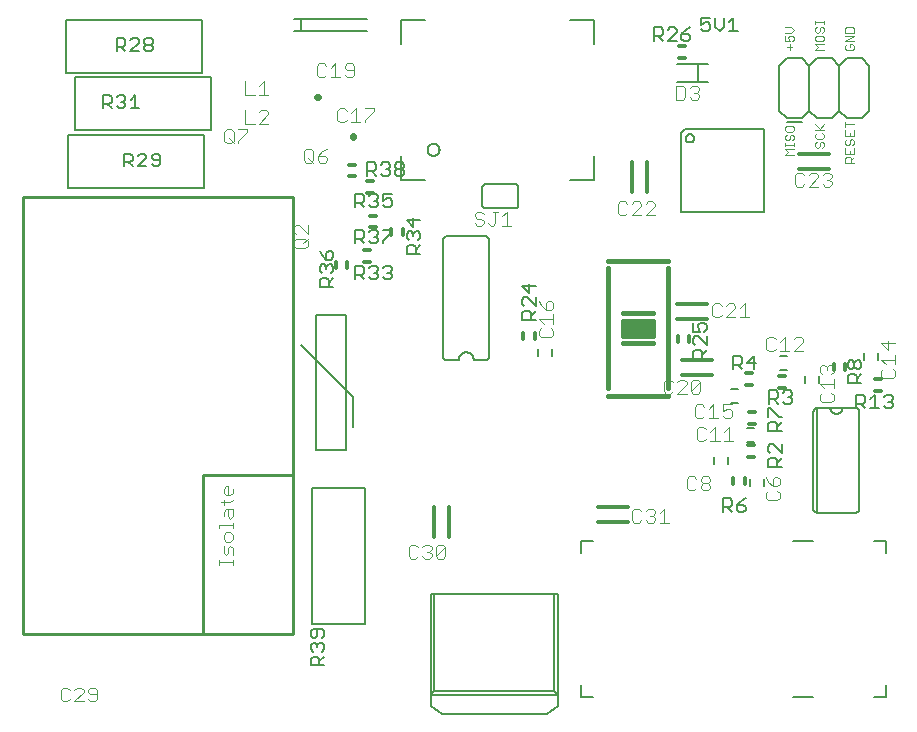
<source format=gto>
G75*
%MOIN*%
%OFA0B0*%
%FSLAX25Y25*%
%IPPOS*%
%LPD*%
%AMOC8*
5,1,8,0,0,1.08239X$1,22.5*
%
%ADD10C,0.00500*%
%ADD11C,0.00800*%
%ADD12C,0.00600*%
%ADD13C,0.00400*%
%ADD14C,0.02200*%
%ADD15C,0.01200*%
%ADD16C,0.01000*%
%ADD17C,0.01600*%
%ADD18C,0.00300*%
D10*
X0101800Y0091300D02*
X0101800Y0136300D01*
X0111800Y0136300D01*
X0111800Y0091300D01*
X0101800Y0091300D01*
X0114300Y0098800D02*
X0114300Y0108800D01*
X0096800Y0126300D01*
X0103046Y0145450D02*
X0103046Y0147702D01*
X0103797Y0148453D01*
X0105298Y0148453D01*
X0106049Y0147702D01*
X0106049Y0145450D01*
X0107550Y0145450D02*
X0103046Y0145450D01*
X0106049Y0146951D02*
X0107550Y0148453D01*
X0106799Y0150054D02*
X0107550Y0150805D01*
X0107550Y0152306D01*
X0106799Y0153056D01*
X0106049Y0153056D01*
X0105298Y0152306D01*
X0105298Y0151555D01*
X0105298Y0152306D02*
X0104547Y0153056D01*
X0103797Y0153056D01*
X0103046Y0152306D01*
X0103046Y0150805D01*
X0103797Y0150054D01*
X0105298Y0154658D02*
X0105298Y0156910D01*
X0106049Y0157660D01*
X0106799Y0157660D01*
X0107550Y0156910D01*
X0107550Y0155408D01*
X0106799Y0154658D01*
X0105298Y0154658D01*
X0103797Y0156159D01*
X0103046Y0157660D01*
X0114950Y0160050D02*
X0114950Y0164554D01*
X0117202Y0164554D01*
X0117953Y0163803D01*
X0117953Y0162302D01*
X0117202Y0161551D01*
X0114950Y0161551D01*
X0116451Y0161551D02*
X0117953Y0160050D01*
X0119554Y0160801D02*
X0120305Y0160050D01*
X0121806Y0160050D01*
X0122556Y0160801D01*
X0122556Y0161551D01*
X0121806Y0162302D01*
X0121055Y0162302D01*
X0121806Y0162302D02*
X0122556Y0163053D01*
X0122556Y0163803D01*
X0121806Y0164554D01*
X0120305Y0164554D01*
X0119554Y0163803D01*
X0124158Y0164554D02*
X0127160Y0164554D01*
X0127160Y0163803D01*
X0124158Y0160801D01*
X0124158Y0160050D01*
X0124908Y0152554D02*
X0126410Y0152554D01*
X0127160Y0151803D01*
X0127160Y0151053D01*
X0126410Y0150302D01*
X0127160Y0149551D01*
X0127160Y0148801D01*
X0126410Y0148050D01*
X0124908Y0148050D01*
X0124158Y0148801D01*
X0122556Y0148801D02*
X0122556Y0149551D01*
X0121806Y0150302D01*
X0121055Y0150302D01*
X0121806Y0150302D02*
X0122556Y0151053D01*
X0122556Y0151803D01*
X0121806Y0152554D01*
X0120305Y0152554D01*
X0119554Y0151803D01*
X0117953Y0151803D02*
X0117953Y0150302D01*
X0117202Y0149551D01*
X0114950Y0149551D01*
X0114950Y0148050D02*
X0114950Y0152554D01*
X0117202Y0152554D01*
X0117953Y0151803D01*
X0116451Y0149551D02*
X0117953Y0148050D01*
X0119554Y0148801D02*
X0120305Y0148050D01*
X0121806Y0148050D01*
X0122556Y0148801D01*
X0125659Y0150302D02*
X0126410Y0150302D01*
X0124158Y0151803D02*
X0124908Y0152554D01*
X0132046Y0156450D02*
X0132046Y0158702D01*
X0132797Y0159453D01*
X0134298Y0159453D01*
X0135049Y0158702D01*
X0135049Y0156450D01*
X0136550Y0156450D02*
X0132046Y0156450D01*
X0135049Y0157951D02*
X0136550Y0159453D01*
X0135799Y0161054D02*
X0136550Y0161805D01*
X0136550Y0163306D01*
X0135799Y0164056D01*
X0135049Y0164056D01*
X0134298Y0163306D01*
X0134298Y0162555D01*
X0134298Y0163306D02*
X0133547Y0164056D01*
X0132797Y0164056D01*
X0132046Y0163306D01*
X0132046Y0161805D01*
X0132797Y0161054D01*
X0134298Y0165658D02*
X0134298Y0168660D01*
X0132046Y0167910D02*
X0134298Y0165658D01*
X0136550Y0167910D02*
X0132046Y0167910D01*
X0127160Y0172801D02*
X0126410Y0172050D01*
X0124908Y0172050D01*
X0124158Y0172801D01*
X0124158Y0174302D02*
X0125659Y0175053D01*
X0126410Y0175053D01*
X0127160Y0174302D01*
X0127160Y0172801D01*
X0124158Y0174302D02*
X0124158Y0176554D01*
X0127160Y0176554D01*
X0122556Y0175803D02*
X0122556Y0175053D01*
X0121806Y0174302D01*
X0122556Y0173551D01*
X0122556Y0172801D01*
X0121806Y0172050D01*
X0120305Y0172050D01*
X0119554Y0172801D01*
X0117953Y0172050D02*
X0116451Y0173551D01*
X0117202Y0173551D02*
X0114950Y0173551D01*
X0114950Y0172050D02*
X0114950Y0176554D01*
X0117202Y0176554D01*
X0117953Y0175803D01*
X0117953Y0174302D01*
X0117202Y0173551D01*
X0119554Y0175803D02*
X0120305Y0176554D01*
X0121806Y0176554D01*
X0122556Y0175803D01*
X0121806Y0174302D02*
X0121055Y0174302D01*
X0121953Y0182550D02*
X0120451Y0184051D01*
X0121202Y0184051D02*
X0118950Y0184051D01*
X0118950Y0182550D02*
X0118950Y0187054D01*
X0121202Y0187054D01*
X0121953Y0186303D01*
X0121953Y0184802D01*
X0121202Y0184051D01*
X0123554Y0183301D02*
X0124305Y0182550D01*
X0125806Y0182550D01*
X0126556Y0183301D01*
X0126556Y0184051D01*
X0125806Y0184802D01*
X0125055Y0184802D01*
X0125806Y0184802D02*
X0126556Y0185553D01*
X0126556Y0186303D01*
X0125806Y0187054D01*
X0124305Y0187054D01*
X0123554Y0186303D01*
X0128158Y0186303D02*
X0128158Y0185553D01*
X0128908Y0184802D01*
X0130410Y0184802D01*
X0131160Y0184051D01*
X0131160Y0183301D01*
X0130410Y0182550D01*
X0128908Y0182550D01*
X0128158Y0183301D01*
X0128158Y0184051D01*
X0128908Y0184802D01*
X0130410Y0184802D02*
X0131160Y0185553D01*
X0131160Y0186303D01*
X0130410Y0187054D01*
X0128908Y0187054D01*
X0128158Y0186303D01*
X0172798Y0146660D02*
X0172798Y0143658D01*
X0170546Y0145910D01*
X0175050Y0145910D01*
X0175050Y0142056D02*
X0175050Y0139054D01*
X0172047Y0142056D01*
X0171297Y0142056D01*
X0170546Y0141306D01*
X0170546Y0139805D01*
X0171297Y0139054D01*
X0171297Y0137453D02*
X0172798Y0137453D01*
X0173549Y0136702D01*
X0173549Y0134450D01*
X0175050Y0134450D02*
X0170546Y0134450D01*
X0170546Y0136702D01*
X0171297Y0137453D01*
X0173549Y0135951D02*
X0175050Y0137453D01*
X0227546Y0133660D02*
X0227546Y0130658D01*
X0229798Y0130658D01*
X0229047Y0132159D01*
X0229047Y0132910D01*
X0229798Y0133660D01*
X0231299Y0133660D01*
X0232050Y0132910D01*
X0232050Y0131408D01*
X0231299Y0130658D01*
X0232050Y0129056D02*
X0232050Y0126054D01*
X0229047Y0129056D01*
X0228297Y0129056D01*
X0227546Y0128306D01*
X0227546Y0126805D01*
X0228297Y0126054D01*
X0228297Y0124453D02*
X0227546Y0123702D01*
X0227546Y0121450D01*
X0232050Y0121450D01*
X0230549Y0121450D02*
X0230549Y0123702D01*
X0229798Y0124453D01*
X0228297Y0124453D01*
X0230549Y0122951D02*
X0232050Y0124453D01*
X0240950Y0122554D02*
X0240950Y0118050D01*
X0240950Y0119551D02*
X0243202Y0119551D01*
X0243953Y0120302D01*
X0243953Y0121803D01*
X0243202Y0122554D01*
X0240950Y0122554D01*
X0245554Y0120302D02*
X0248556Y0120302D01*
X0247806Y0118050D02*
X0247806Y0122554D01*
X0245554Y0120302D01*
X0243953Y0118050D02*
X0242451Y0119551D01*
X0252950Y0111054D02*
X0255202Y0111054D01*
X0255953Y0110303D01*
X0255953Y0108802D01*
X0255202Y0108051D01*
X0252950Y0108051D01*
X0252950Y0106550D02*
X0252950Y0111054D01*
X0254451Y0108051D02*
X0255953Y0106550D01*
X0257554Y0107301D02*
X0258305Y0106550D01*
X0259806Y0106550D01*
X0260556Y0107301D01*
X0260556Y0108051D01*
X0259806Y0108802D01*
X0259055Y0108802D01*
X0259806Y0108802D02*
X0260556Y0109553D01*
X0260556Y0110303D01*
X0259806Y0111054D01*
X0258305Y0111054D01*
X0257554Y0110303D01*
X0253297Y0105056D02*
X0256299Y0102054D01*
X0257050Y0102054D01*
X0257050Y0100453D02*
X0255549Y0098951D01*
X0255549Y0099702D02*
X0255549Y0097450D01*
X0257050Y0097450D02*
X0252546Y0097450D01*
X0252546Y0099702D01*
X0253297Y0100453D01*
X0254798Y0100453D01*
X0255549Y0099702D01*
X0252546Y0102054D02*
X0252546Y0105056D01*
X0253297Y0105056D01*
X0253297Y0093056D02*
X0252546Y0092306D01*
X0252546Y0090805D01*
X0253297Y0090054D01*
X0253297Y0088453D02*
X0254798Y0088453D01*
X0255549Y0087702D01*
X0255549Y0085450D01*
X0257050Y0085450D02*
X0252546Y0085450D01*
X0252546Y0087702D01*
X0253297Y0088453D01*
X0255549Y0086951D02*
X0257050Y0088453D01*
X0257050Y0090054D02*
X0254047Y0093056D01*
X0253297Y0093056D01*
X0257050Y0093056D02*
X0257050Y0090054D01*
X0245056Y0075054D02*
X0243555Y0074303D01*
X0242054Y0072802D01*
X0244306Y0072802D01*
X0245056Y0072051D01*
X0245056Y0071301D01*
X0244306Y0070550D01*
X0242805Y0070550D01*
X0242054Y0071301D01*
X0242054Y0072802D01*
X0240453Y0072802D02*
X0239702Y0072051D01*
X0237450Y0072051D01*
X0237450Y0070550D02*
X0237450Y0075054D01*
X0239702Y0075054D01*
X0240453Y0074303D01*
X0240453Y0072802D01*
X0238951Y0072051D02*
X0240453Y0070550D01*
X0281950Y0105050D02*
X0281950Y0109554D01*
X0284202Y0109554D01*
X0284953Y0108803D01*
X0284953Y0107302D01*
X0284202Y0106551D01*
X0281950Y0106551D01*
X0283451Y0106551D02*
X0284953Y0105050D01*
X0286554Y0105050D02*
X0289556Y0105050D01*
X0288055Y0105050D02*
X0288055Y0109554D01*
X0286554Y0108053D01*
X0291158Y0108803D02*
X0291908Y0109554D01*
X0293410Y0109554D01*
X0294160Y0108803D01*
X0294160Y0108053D01*
X0293410Y0107302D01*
X0294160Y0106551D01*
X0294160Y0105801D01*
X0293410Y0105050D01*
X0291908Y0105050D01*
X0291158Y0105801D01*
X0292659Y0107302D02*
X0293410Y0107302D01*
X0283550Y0113450D02*
X0279046Y0113450D01*
X0279046Y0115702D01*
X0279797Y0116453D01*
X0281298Y0116453D01*
X0282049Y0115702D01*
X0282049Y0113450D01*
X0282049Y0114951D02*
X0283550Y0116453D01*
X0282799Y0118054D02*
X0282049Y0118054D01*
X0281298Y0118805D01*
X0281298Y0120306D01*
X0282049Y0121056D01*
X0282799Y0121056D01*
X0283550Y0120306D01*
X0283550Y0118805D01*
X0282799Y0118054D01*
X0281298Y0118805D02*
X0280547Y0118054D01*
X0279797Y0118054D01*
X0279046Y0118805D01*
X0279046Y0120306D01*
X0279797Y0121056D01*
X0280547Y0121056D01*
X0281298Y0120306D01*
X0225910Y0227550D02*
X0224408Y0227550D01*
X0223658Y0228301D01*
X0223658Y0229802D01*
X0225910Y0229802D01*
X0226660Y0229051D01*
X0226660Y0228301D01*
X0225910Y0227550D01*
X0223658Y0229802D02*
X0225159Y0231303D01*
X0226660Y0232054D01*
X0230250Y0231501D02*
X0231001Y0230750D01*
X0232502Y0230750D01*
X0233253Y0231501D01*
X0233253Y0233002D01*
X0232502Y0233753D01*
X0231751Y0233753D01*
X0230250Y0233002D01*
X0230250Y0235254D01*
X0233253Y0235254D01*
X0234854Y0235254D02*
X0234854Y0232251D01*
X0236355Y0230750D01*
X0237856Y0232251D01*
X0237856Y0235254D01*
X0239458Y0233753D02*
X0240959Y0235254D01*
X0240959Y0230750D01*
X0239458Y0230750D02*
X0242460Y0230750D01*
X0222056Y0230553D02*
X0222056Y0231303D01*
X0221306Y0232054D01*
X0219805Y0232054D01*
X0219054Y0231303D01*
X0217453Y0231303D02*
X0217453Y0229802D01*
X0216702Y0229051D01*
X0214450Y0229051D01*
X0214450Y0227550D02*
X0214450Y0232054D01*
X0216702Y0232054D01*
X0217453Y0231303D01*
X0215951Y0229051D02*
X0217453Y0227550D01*
X0219054Y0227550D02*
X0222056Y0230553D01*
X0222056Y0227550D02*
X0219054Y0227550D01*
D11*
X0222182Y0219851D02*
X0229269Y0219851D01*
X0229269Y0213749D01*
X0222182Y0213749D01*
X0229269Y0213749D02*
X0232418Y0213749D01*
X0232418Y0219851D02*
X0229269Y0219851D01*
X0256300Y0219300D02*
X0256300Y0204300D01*
X0258800Y0201800D01*
X0263800Y0201800D01*
X0266300Y0204300D01*
X0266300Y0219300D01*
X0268800Y0221800D01*
X0273800Y0221800D01*
X0276300Y0219300D01*
X0276300Y0204300D01*
X0278800Y0201800D01*
X0283800Y0201800D01*
X0286300Y0204300D01*
X0286300Y0219300D01*
X0283800Y0221800D01*
X0278800Y0221800D01*
X0276300Y0219300D01*
X0266300Y0219300D02*
X0263800Y0221800D01*
X0258800Y0221800D01*
X0256300Y0219300D01*
X0266300Y0204300D02*
X0268800Y0201800D01*
X0273800Y0201800D01*
X0276300Y0204300D01*
X0263800Y0200481D02*
X0258800Y0200481D01*
X0194387Y0189099D02*
X0194387Y0181225D01*
X0186513Y0181225D01*
X0159463Y0161394D02*
X0159463Y0122600D01*
X0159462Y0122600D02*
X0159471Y0122530D01*
X0159476Y0122458D01*
X0159477Y0122387D01*
X0159474Y0122316D01*
X0159467Y0122245D01*
X0159457Y0122174D01*
X0159443Y0122104D01*
X0159425Y0122035D01*
X0159403Y0121967D01*
X0159377Y0121900D01*
X0159348Y0121835D01*
X0159316Y0121772D01*
X0159280Y0121710D01*
X0159241Y0121650D01*
X0159198Y0121593D01*
X0159153Y0121538D01*
X0159105Y0121485D01*
X0159053Y0121435D01*
X0159000Y0121388D01*
X0158944Y0121344D01*
X0158885Y0121304D01*
X0158824Y0121266D01*
X0158762Y0121232D01*
X0158698Y0121201D01*
X0158632Y0121173D01*
X0158564Y0121150D01*
X0158496Y0121130D01*
X0158426Y0121113D01*
X0158356Y0121101D01*
X0158356Y0121100D02*
X0154400Y0121100D01*
X0154400Y0121300D02*
X0154398Y0121398D01*
X0154392Y0121496D01*
X0154383Y0121594D01*
X0154369Y0121691D01*
X0154352Y0121788D01*
X0154331Y0121884D01*
X0154306Y0121979D01*
X0154278Y0122073D01*
X0154245Y0122165D01*
X0154210Y0122257D01*
X0154170Y0122347D01*
X0154128Y0122435D01*
X0154081Y0122522D01*
X0154032Y0122606D01*
X0153979Y0122689D01*
X0153923Y0122769D01*
X0153863Y0122848D01*
X0153801Y0122924D01*
X0153736Y0122997D01*
X0153668Y0123068D01*
X0153597Y0123136D01*
X0153524Y0123201D01*
X0153448Y0123263D01*
X0153369Y0123323D01*
X0153289Y0123379D01*
X0153206Y0123432D01*
X0153122Y0123481D01*
X0153035Y0123528D01*
X0152947Y0123570D01*
X0152857Y0123610D01*
X0152765Y0123645D01*
X0152673Y0123678D01*
X0152579Y0123706D01*
X0152484Y0123731D01*
X0152388Y0123752D01*
X0152291Y0123769D01*
X0152194Y0123783D01*
X0152096Y0123792D01*
X0151998Y0123798D01*
X0151900Y0123800D01*
X0151802Y0123798D01*
X0151704Y0123792D01*
X0151606Y0123783D01*
X0151509Y0123769D01*
X0151412Y0123752D01*
X0151316Y0123731D01*
X0151221Y0123706D01*
X0151127Y0123678D01*
X0151035Y0123645D01*
X0150943Y0123610D01*
X0150853Y0123570D01*
X0150765Y0123528D01*
X0150678Y0123481D01*
X0150594Y0123432D01*
X0150511Y0123379D01*
X0150431Y0123323D01*
X0150352Y0123263D01*
X0150276Y0123201D01*
X0150203Y0123136D01*
X0150132Y0123068D01*
X0150064Y0122997D01*
X0149999Y0122924D01*
X0149937Y0122848D01*
X0149877Y0122769D01*
X0149821Y0122689D01*
X0149768Y0122606D01*
X0149719Y0122522D01*
X0149672Y0122435D01*
X0149630Y0122347D01*
X0149590Y0122257D01*
X0149555Y0122165D01*
X0149522Y0122073D01*
X0149494Y0121979D01*
X0149469Y0121884D01*
X0149448Y0121788D01*
X0149431Y0121691D01*
X0149417Y0121594D01*
X0149408Y0121496D01*
X0149402Y0121398D01*
X0149400Y0121300D01*
X0149400Y0121100D02*
X0146081Y0121100D01*
X0146031Y0121099D02*
X0145950Y0121092D01*
X0145869Y0121088D01*
X0145788Y0121089D01*
X0145706Y0121093D01*
X0145626Y0121101D01*
X0145545Y0121113D01*
X0145465Y0121128D01*
X0145386Y0121148D01*
X0145308Y0121171D01*
X0145232Y0121198D01*
X0145156Y0121228D01*
X0145082Y0121262D01*
X0145010Y0121300D01*
X0144940Y0121341D01*
X0144872Y0121385D01*
X0144806Y0121432D01*
X0144742Y0121483D01*
X0144681Y0121536D01*
X0144622Y0121593D01*
X0144566Y0121652D01*
X0144513Y0121713D01*
X0144463Y0121777D01*
X0144416Y0121844D01*
X0144372Y0121912D01*
X0144332Y0121983D01*
X0144295Y0122055D01*
X0144261Y0122129D01*
X0144232Y0122205D01*
X0144205Y0122282D01*
X0144183Y0122360D01*
X0144164Y0122439D01*
X0144149Y0122519D01*
X0144137Y0122600D01*
X0144137Y0161000D01*
X0144139Y0161076D01*
X0144145Y0161151D01*
X0144154Y0161227D01*
X0144168Y0161302D01*
X0144185Y0161376D01*
X0144206Y0161449D01*
X0144230Y0161521D01*
X0144258Y0161591D01*
X0144290Y0161660D01*
X0144325Y0161728D01*
X0144364Y0161793D01*
X0144406Y0161857D01*
X0144451Y0161918D01*
X0144499Y0161977D01*
X0144550Y0162033D01*
X0144604Y0162087D01*
X0144660Y0162138D01*
X0144719Y0162186D01*
X0144780Y0162231D01*
X0144844Y0162273D01*
X0144909Y0162312D01*
X0144977Y0162347D01*
X0145046Y0162379D01*
X0145116Y0162407D01*
X0145188Y0162431D01*
X0145261Y0162452D01*
X0145335Y0162469D01*
X0145410Y0162483D01*
X0145486Y0162492D01*
X0145561Y0162498D01*
X0145637Y0162500D01*
X0157963Y0162500D01*
X0157962Y0162500D02*
X0158033Y0162509D01*
X0158104Y0162514D01*
X0158176Y0162515D01*
X0158247Y0162512D01*
X0158318Y0162505D01*
X0158389Y0162495D01*
X0158458Y0162481D01*
X0158528Y0162462D01*
X0158596Y0162441D01*
X0158662Y0162415D01*
X0158727Y0162386D01*
X0158791Y0162354D01*
X0158853Y0162318D01*
X0158912Y0162279D01*
X0158970Y0162236D01*
X0159025Y0162191D01*
X0159077Y0162142D01*
X0159127Y0162091D01*
X0159174Y0162038D01*
X0159218Y0161981D01*
X0159259Y0161923D01*
X0159297Y0161862D01*
X0159331Y0161800D01*
X0159362Y0161735D01*
X0159389Y0161669D01*
X0159413Y0161602D01*
X0159433Y0161534D01*
X0159450Y0161464D01*
X0159462Y0161394D01*
X0138087Y0181225D02*
X0130213Y0181225D01*
X0130213Y0189099D01*
X0139040Y0191265D02*
X0139042Y0191354D01*
X0139048Y0191443D01*
X0139058Y0191532D01*
X0139072Y0191620D01*
X0139089Y0191707D01*
X0139111Y0191793D01*
X0139137Y0191879D01*
X0139166Y0191963D01*
X0139199Y0192046D01*
X0139235Y0192127D01*
X0139276Y0192207D01*
X0139319Y0192284D01*
X0139366Y0192360D01*
X0139417Y0192433D01*
X0139470Y0192504D01*
X0139527Y0192573D01*
X0139587Y0192639D01*
X0139650Y0192703D01*
X0139715Y0192763D01*
X0139783Y0192821D01*
X0139854Y0192875D01*
X0139927Y0192926D01*
X0140002Y0192974D01*
X0140079Y0193019D01*
X0140158Y0193060D01*
X0140239Y0193097D01*
X0140321Y0193131D01*
X0140405Y0193162D01*
X0140490Y0193188D01*
X0140576Y0193211D01*
X0140663Y0193229D01*
X0140751Y0193244D01*
X0140840Y0193255D01*
X0140929Y0193262D01*
X0141018Y0193265D01*
X0141107Y0193264D01*
X0141196Y0193259D01*
X0141284Y0193250D01*
X0141373Y0193237D01*
X0141460Y0193220D01*
X0141547Y0193200D01*
X0141633Y0193175D01*
X0141717Y0193147D01*
X0141800Y0193115D01*
X0141882Y0193079D01*
X0141962Y0193040D01*
X0142040Y0192997D01*
X0142116Y0192951D01*
X0142190Y0192901D01*
X0142262Y0192848D01*
X0142331Y0192792D01*
X0142398Y0192733D01*
X0142462Y0192671D01*
X0142523Y0192607D01*
X0142582Y0192539D01*
X0142637Y0192469D01*
X0142689Y0192397D01*
X0142738Y0192322D01*
X0142783Y0192246D01*
X0142825Y0192167D01*
X0142863Y0192087D01*
X0142898Y0192005D01*
X0142929Y0191921D01*
X0142957Y0191836D01*
X0142980Y0191750D01*
X0143000Y0191663D01*
X0143016Y0191576D01*
X0143028Y0191487D01*
X0143036Y0191399D01*
X0143040Y0191310D01*
X0143040Y0191220D01*
X0143036Y0191131D01*
X0143028Y0191043D01*
X0143016Y0190954D01*
X0143000Y0190867D01*
X0142980Y0190780D01*
X0142957Y0190694D01*
X0142929Y0190609D01*
X0142898Y0190525D01*
X0142863Y0190443D01*
X0142825Y0190363D01*
X0142783Y0190284D01*
X0142738Y0190208D01*
X0142689Y0190133D01*
X0142637Y0190061D01*
X0142582Y0189991D01*
X0142523Y0189923D01*
X0142462Y0189859D01*
X0142398Y0189797D01*
X0142331Y0189738D01*
X0142262Y0189682D01*
X0142190Y0189629D01*
X0142116Y0189579D01*
X0142040Y0189533D01*
X0141962Y0189490D01*
X0141882Y0189451D01*
X0141800Y0189415D01*
X0141717Y0189383D01*
X0141633Y0189355D01*
X0141547Y0189330D01*
X0141460Y0189310D01*
X0141373Y0189293D01*
X0141284Y0189280D01*
X0141196Y0189271D01*
X0141107Y0189266D01*
X0141018Y0189265D01*
X0140929Y0189268D01*
X0140840Y0189275D01*
X0140751Y0189286D01*
X0140663Y0189301D01*
X0140576Y0189319D01*
X0140490Y0189342D01*
X0140405Y0189368D01*
X0140321Y0189399D01*
X0140239Y0189433D01*
X0140158Y0189470D01*
X0140079Y0189511D01*
X0140002Y0189556D01*
X0139927Y0189604D01*
X0139854Y0189655D01*
X0139783Y0189709D01*
X0139715Y0189767D01*
X0139650Y0189827D01*
X0139587Y0189891D01*
X0139527Y0189957D01*
X0139470Y0190026D01*
X0139417Y0190097D01*
X0139366Y0190170D01*
X0139319Y0190246D01*
X0139276Y0190323D01*
X0139235Y0190403D01*
X0139199Y0190484D01*
X0139166Y0190567D01*
X0139137Y0190651D01*
X0139111Y0190737D01*
X0139089Y0190823D01*
X0139072Y0190910D01*
X0139058Y0190998D01*
X0139048Y0191087D01*
X0139042Y0191176D01*
X0139040Y0191265D01*
X0130213Y0226501D02*
X0130213Y0234375D01*
X0138087Y0234375D01*
X0119005Y0234769D02*
X0096957Y0234769D01*
X0096957Y0230831D01*
X0094595Y0230831D01*
X0096957Y0230831D02*
X0119005Y0230831D01*
X0096957Y0234769D02*
X0094595Y0234769D01*
X0066938Y0215658D02*
X0021662Y0215658D01*
X0021662Y0197942D01*
X0066938Y0197942D01*
X0066938Y0215658D01*
X0063938Y0216942D02*
X0018662Y0216942D01*
X0018662Y0234658D01*
X0063938Y0234658D01*
X0063938Y0216942D01*
X0047398Y0224901D02*
X0046698Y0224200D01*
X0045297Y0224200D01*
X0044596Y0224901D01*
X0044596Y0225601D01*
X0045297Y0226302D01*
X0046698Y0226302D01*
X0047398Y0225601D01*
X0047398Y0224901D01*
X0046698Y0226302D02*
X0047398Y0227002D01*
X0047398Y0227703D01*
X0046698Y0228404D01*
X0045297Y0228404D01*
X0044596Y0227703D01*
X0044596Y0227002D01*
X0045297Y0226302D01*
X0042795Y0227002D02*
X0042795Y0227703D01*
X0042094Y0228404D01*
X0040693Y0228404D01*
X0039992Y0227703D01*
X0038191Y0227703D02*
X0037490Y0228404D01*
X0035388Y0228404D01*
X0035388Y0224200D01*
X0035388Y0225601D02*
X0037490Y0225601D01*
X0038191Y0226302D01*
X0038191Y0227703D01*
X0036789Y0225601D02*
X0038191Y0224200D01*
X0039992Y0224200D02*
X0042795Y0227002D01*
X0042795Y0224200D02*
X0039992Y0224200D01*
X0041497Y0209404D02*
X0041497Y0205200D01*
X0040096Y0205200D02*
X0042898Y0205200D01*
X0040096Y0208002D02*
X0041497Y0209404D01*
X0038295Y0208703D02*
X0038295Y0208002D01*
X0037594Y0207302D01*
X0038295Y0206601D01*
X0038295Y0205901D01*
X0037594Y0205200D01*
X0036193Y0205200D01*
X0035492Y0205901D01*
X0033691Y0205200D02*
X0032289Y0206601D01*
X0032990Y0206601D02*
X0030888Y0206601D01*
X0030888Y0205200D02*
X0030888Y0209404D01*
X0032990Y0209404D01*
X0033691Y0208703D01*
X0033691Y0207302D01*
X0032990Y0206601D01*
X0035492Y0208703D02*
X0036193Y0209404D01*
X0037594Y0209404D01*
X0038295Y0208703D01*
X0037594Y0207302D02*
X0036893Y0207302D01*
X0019162Y0196158D02*
X0064438Y0196158D01*
X0064438Y0178442D01*
X0019162Y0178442D01*
X0019162Y0196158D01*
X0037888Y0189904D02*
X0037888Y0185700D01*
X0037888Y0187101D02*
X0039990Y0187101D01*
X0040691Y0187802D01*
X0040691Y0189203D01*
X0039990Y0189904D01*
X0037888Y0189904D01*
X0039289Y0187101D02*
X0040691Y0185700D01*
X0042492Y0185700D02*
X0045295Y0188502D01*
X0045295Y0189203D01*
X0044594Y0189904D01*
X0043193Y0189904D01*
X0042492Y0189203D01*
X0042492Y0185700D02*
X0045295Y0185700D01*
X0047096Y0186401D02*
X0047797Y0185700D01*
X0049198Y0185700D01*
X0049898Y0186401D01*
X0049898Y0189203D01*
X0049198Y0189904D01*
X0047797Y0189904D01*
X0047096Y0189203D01*
X0047096Y0188502D01*
X0047797Y0187802D01*
X0049898Y0187802D01*
X0100442Y0078438D02*
X0100442Y0033162D01*
X0118158Y0033162D01*
X0118158Y0078438D01*
X0100442Y0078438D01*
X0100897Y0031398D02*
X0100196Y0030698D01*
X0100196Y0029297D01*
X0100897Y0028596D01*
X0101598Y0028596D01*
X0102298Y0029297D01*
X0102298Y0031398D01*
X0103699Y0031398D02*
X0100897Y0031398D01*
X0103699Y0031398D02*
X0104400Y0030698D01*
X0104400Y0029297D01*
X0103699Y0028596D01*
X0103699Y0026795D02*
X0104400Y0026094D01*
X0104400Y0024693D01*
X0103699Y0023992D01*
X0104400Y0022191D02*
X0102999Y0020789D01*
X0102999Y0021490D02*
X0102999Y0019388D01*
X0104400Y0019388D02*
X0100196Y0019388D01*
X0100196Y0021490D01*
X0100897Y0022191D01*
X0102298Y0022191D01*
X0102999Y0021490D01*
X0100897Y0023992D02*
X0100196Y0024693D01*
X0100196Y0026094D01*
X0100897Y0026795D01*
X0101598Y0026795D01*
X0102298Y0026094D01*
X0102999Y0026795D01*
X0103699Y0026795D01*
X0102298Y0026094D02*
X0102298Y0025393D01*
X0190292Y0012753D02*
X0190292Y0008816D01*
X0194229Y0008816D01*
X0190292Y0056847D02*
X0190292Y0060784D01*
X0194229Y0060784D01*
X0260765Y0060784D02*
X0267457Y0060784D01*
X0287930Y0060784D02*
X0291867Y0060784D01*
X0291867Y0056847D01*
X0291867Y0012753D02*
X0291867Y0008816D01*
X0287930Y0008816D01*
X0267457Y0008816D02*
X0260765Y0008816D01*
X0194387Y0226501D02*
X0194387Y0234375D01*
X0186513Y0234375D01*
D12*
X0223501Y0196702D02*
X0224898Y0198099D01*
X0251099Y0198099D01*
X0251099Y0170501D01*
X0223501Y0170501D01*
X0223501Y0196702D01*
X0225086Y0195100D02*
X0225088Y0195175D01*
X0225094Y0195249D01*
X0225104Y0195323D01*
X0225117Y0195396D01*
X0225135Y0195469D01*
X0225156Y0195540D01*
X0225181Y0195611D01*
X0225210Y0195680D01*
X0225243Y0195747D01*
X0225279Y0195812D01*
X0225318Y0195876D01*
X0225360Y0195937D01*
X0225406Y0195996D01*
X0225455Y0196053D01*
X0225507Y0196106D01*
X0225561Y0196157D01*
X0225618Y0196206D01*
X0225678Y0196250D01*
X0225740Y0196292D01*
X0225804Y0196331D01*
X0225870Y0196366D01*
X0225937Y0196397D01*
X0226007Y0196425D01*
X0226077Y0196449D01*
X0226149Y0196470D01*
X0226222Y0196486D01*
X0226295Y0196499D01*
X0226370Y0196508D01*
X0226444Y0196513D01*
X0226519Y0196514D01*
X0226593Y0196511D01*
X0226668Y0196504D01*
X0226741Y0196493D01*
X0226815Y0196479D01*
X0226887Y0196460D01*
X0226958Y0196438D01*
X0227028Y0196412D01*
X0227097Y0196382D01*
X0227163Y0196349D01*
X0227228Y0196312D01*
X0227291Y0196272D01*
X0227352Y0196228D01*
X0227410Y0196182D01*
X0227466Y0196132D01*
X0227519Y0196080D01*
X0227570Y0196025D01*
X0227617Y0195967D01*
X0227661Y0195907D01*
X0227702Y0195844D01*
X0227740Y0195780D01*
X0227774Y0195714D01*
X0227805Y0195645D01*
X0227832Y0195576D01*
X0227855Y0195505D01*
X0227874Y0195433D01*
X0227890Y0195360D01*
X0227902Y0195286D01*
X0227910Y0195212D01*
X0227914Y0195137D01*
X0227914Y0195063D01*
X0227910Y0194988D01*
X0227902Y0194914D01*
X0227890Y0194840D01*
X0227874Y0194767D01*
X0227855Y0194695D01*
X0227832Y0194624D01*
X0227805Y0194555D01*
X0227774Y0194486D01*
X0227740Y0194420D01*
X0227702Y0194356D01*
X0227661Y0194293D01*
X0227617Y0194233D01*
X0227570Y0194175D01*
X0227519Y0194120D01*
X0227466Y0194068D01*
X0227410Y0194018D01*
X0227352Y0193972D01*
X0227291Y0193928D01*
X0227228Y0193888D01*
X0227163Y0193851D01*
X0227097Y0193818D01*
X0227028Y0193788D01*
X0226958Y0193762D01*
X0226887Y0193740D01*
X0226815Y0193721D01*
X0226741Y0193707D01*
X0226668Y0193696D01*
X0226593Y0193689D01*
X0226519Y0193686D01*
X0226444Y0193687D01*
X0226370Y0193692D01*
X0226295Y0193701D01*
X0226222Y0193714D01*
X0226149Y0193730D01*
X0226077Y0193751D01*
X0226007Y0193775D01*
X0225937Y0193803D01*
X0225870Y0193834D01*
X0225804Y0193869D01*
X0225740Y0193908D01*
X0225678Y0193950D01*
X0225618Y0193994D01*
X0225561Y0194043D01*
X0225507Y0194094D01*
X0225455Y0194147D01*
X0225406Y0194204D01*
X0225360Y0194263D01*
X0225318Y0194324D01*
X0225279Y0194388D01*
X0225243Y0194453D01*
X0225210Y0194520D01*
X0225181Y0194589D01*
X0225156Y0194660D01*
X0225135Y0194731D01*
X0225117Y0194804D01*
X0225104Y0194877D01*
X0225094Y0194951D01*
X0225088Y0195025D01*
X0225086Y0195100D01*
X0169300Y0178800D02*
X0169300Y0172800D01*
X0169298Y0172740D01*
X0169293Y0172679D01*
X0169284Y0172620D01*
X0169271Y0172561D01*
X0169255Y0172502D01*
X0169235Y0172445D01*
X0169212Y0172390D01*
X0169185Y0172335D01*
X0169156Y0172283D01*
X0169123Y0172232D01*
X0169087Y0172183D01*
X0169049Y0172137D01*
X0169007Y0172093D01*
X0168963Y0172051D01*
X0168917Y0172013D01*
X0168868Y0171977D01*
X0168817Y0171944D01*
X0168765Y0171915D01*
X0168710Y0171888D01*
X0168655Y0171865D01*
X0168598Y0171845D01*
X0168539Y0171829D01*
X0168480Y0171816D01*
X0168421Y0171807D01*
X0168360Y0171802D01*
X0168300Y0171800D01*
X0158300Y0171800D01*
X0158240Y0171802D01*
X0158179Y0171807D01*
X0158120Y0171816D01*
X0158061Y0171829D01*
X0158002Y0171845D01*
X0157945Y0171865D01*
X0157890Y0171888D01*
X0157835Y0171915D01*
X0157783Y0171944D01*
X0157732Y0171977D01*
X0157683Y0172013D01*
X0157637Y0172051D01*
X0157593Y0172093D01*
X0157551Y0172137D01*
X0157513Y0172183D01*
X0157477Y0172232D01*
X0157444Y0172283D01*
X0157415Y0172335D01*
X0157388Y0172390D01*
X0157365Y0172445D01*
X0157345Y0172502D01*
X0157329Y0172561D01*
X0157316Y0172620D01*
X0157307Y0172679D01*
X0157302Y0172740D01*
X0157300Y0172800D01*
X0157300Y0178800D01*
X0157302Y0178860D01*
X0157307Y0178921D01*
X0157316Y0178980D01*
X0157329Y0179039D01*
X0157345Y0179098D01*
X0157365Y0179155D01*
X0157388Y0179210D01*
X0157415Y0179265D01*
X0157444Y0179317D01*
X0157477Y0179368D01*
X0157513Y0179417D01*
X0157551Y0179463D01*
X0157593Y0179507D01*
X0157637Y0179549D01*
X0157683Y0179587D01*
X0157732Y0179623D01*
X0157783Y0179656D01*
X0157835Y0179685D01*
X0157890Y0179712D01*
X0157945Y0179735D01*
X0158002Y0179755D01*
X0158061Y0179771D01*
X0158120Y0179784D01*
X0158179Y0179793D01*
X0158240Y0179798D01*
X0158300Y0179800D01*
X0168300Y0179800D01*
X0168360Y0179798D01*
X0168421Y0179793D01*
X0168480Y0179784D01*
X0168539Y0179771D01*
X0168598Y0179755D01*
X0168655Y0179735D01*
X0168710Y0179712D01*
X0168765Y0179685D01*
X0168817Y0179656D01*
X0168868Y0179623D01*
X0168917Y0179587D01*
X0168963Y0179549D01*
X0169007Y0179507D01*
X0169049Y0179463D01*
X0169087Y0179417D01*
X0169123Y0179368D01*
X0169156Y0179317D01*
X0169185Y0179265D01*
X0169212Y0179210D01*
X0169235Y0179155D01*
X0169255Y0179098D01*
X0169271Y0179039D01*
X0169284Y0178980D01*
X0169293Y0178921D01*
X0169298Y0178860D01*
X0169300Y0178800D01*
X0175938Y0124981D02*
X0175938Y0122619D01*
X0180662Y0122619D02*
X0180662Y0124981D01*
X0234438Y0088981D02*
X0234438Y0086619D01*
X0239162Y0086619D02*
X0239162Y0088981D01*
X0245619Y0093938D02*
X0247981Y0093938D01*
X0247981Y0098662D02*
X0245619Y0098662D01*
X0242481Y0106938D02*
X0240119Y0106938D01*
X0240119Y0111662D02*
X0242481Y0111662D01*
X0256619Y0117938D02*
X0258981Y0117938D01*
X0258981Y0122662D02*
X0256619Y0122662D01*
X0264938Y0115981D02*
X0264938Y0113619D01*
X0269662Y0113619D02*
X0269662Y0115981D01*
X0284438Y0121119D02*
X0284438Y0123481D01*
X0289162Y0123481D02*
X0289162Y0121119D01*
X0281500Y0105300D02*
X0277300Y0105300D01*
X0273300Y0105300D01*
X0269100Y0105300D01*
X0269000Y0105300D02*
X0269000Y0070300D01*
X0269100Y0070300D02*
X0281500Y0070300D01*
X0281576Y0070302D01*
X0281652Y0070308D01*
X0281727Y0070317D01*
X0281802Y0070331D01*
X0281876Y0070348D01*
X0281949Y0070369D01*
X0282021Y0070393D01*
X0282092Y0070422D01*
X0282161Y0070453D01*
X0282228Y0070488D01*
X0282293Y0070527D01*
X0282357Y0070569D01*
X0282418Y0070614D01*
X0282477Y0070662D01*
X0282533Y0070713D01*
X0282587Y0070767D01*
X0282638Y0070823D01*
X0282686Y0070882D01*
X0282731Y0070943D01*
X0282773Y0071007D01*
X0282812Y0071072D01*
X0282847Y0071139D01*
X0282878Y0071208D01*
X0282907Y0071279D01*
X0282931Y0071351D01*
X0282952Y0071424D01*
X0282969Y0071498D01*
X0282983Y0071573D01*
X0282992Y0071648D01*
X0282998Y0071724D01*
X0283000Y0071800D01*
X0283000Y0103800D01*
X0282998Y0103876D01*
X0282992Y0103952D01*
X0282983Y0104027D01*
X0282969Y0104102D01*
X0282952Y0104176D01*
X0282931Y0104249D01*
X0282907Y0104321D01*
X0282878Y0104392D01*
X0282847Y0104461D01*
X0282812Y0104528D01*
X0282773Y0104593D01*
X0282731Y0104657D01*
X0282686Y0104718D01*
X0282638Y0104777D01*
X0282587Y0104833D01*
X0282533Y0104887D01*
X0282477Y0104938D01*
X0282418Y0104986D01*
X0282357Y0105031D01*
X0282293Y0105073D01*
X0282228Y0105112D01*
X0282161Y0105147D01*
X0282092Y0105178D01*
X0282021Y0105207D01*
X0281949Y0105231D01*
X0281876Y0105252D01*
X0281802Y0105269D01*
X0281727Y0105283D01*
X0281652Y0105292D01*
X0281576Y0105298D01*
X0281500Y0105300D01*
X0277300Y0105300D02*
X0277298Y0105212D01*
X0277292Y0105123D01*
X0277282Y0105035D01*
X0277269Y0104948D01*
X0277251Y0104861D01*
X0277230Y0104775D01*
X0277205Y0104690D01*
X0277176Y0104607D01*
X0277143Y0104524D01*
X0277107Y0104444D01*
X0277068Y0104365D01*
X0277025Y0104287D01*
X0276978Y0104212D01*
X0276928Y0104139D01*
X0276875Y0104068D01*
X0276819Y0103999D01*
X0276760Y0103933D01*
X0276698Y0103870D01*
X0276634Y0103810D01*
X0276567Y0103752D01*
X0276497Y0103698D01*
X0276425Y0103646D01*
X0276351Y0103598D01*
X0276274Y0103553D01*
X0276196Y0103512D01*
X0276116Y0103474D01*
X0276035Y0103440D01*
X0275952Y0103409D01*
X0275867Y0103382D01*
X0275782Y0103359D01*
X0275696Y0103340D01*
X0275608Y0103324D01*
X0275521Y0103312D01*
X0275433Y0103304D01*
X0275344Y0103300D01*
X0275256Y0103300D01*
X0275167Y0103304D01*
X0275079Y0103312D01*
X0274992Y0103324D01*
X0274904Y0103340D01*
X0274818Y0103359D01*
X0274733Y0103382D01*
X0274648Y0103409D01*
X0274565Y0103440D01*
X0274484Y0103474D01*
X0274404Y0103512D01*
X0274326Y0103553D01*
X0274249Y0103598D01*
X0274175Y0103646D01*
X0274103Y0103698D01*
X0274033Y0103752D01*
X0273966Y0103810D01*
X0273902Y0103870D01*
X0273840Y0103933D01*
X0273781Y0103999D01*
X0273725Y0104068D01*
X0273672Y0104139D01*
X0273622Y0104212D01*
X0273575Y0104287D01*
X0273532Y0104365D01*
X0273493Y0104444D01*
X0273457Y0104524D01*
X0273424Y0104607D01*
X0273395Y0104690D01*
X0273370Y0104775D01*
X0273349Y0104861D01*
X0273331Y0104948D01*
X0273318Y0105035D01*
X0273308Y0105123D01*
X0273302Y0105212D01*
X0273300Y0105300D01*
X0269100Y0105300D02*
X0269024Y0105298D01*
X0268948Y0105292D01*
X0268873Y0105283D01*
X0268798Y0105269D01*
X0268724Y0105252D01*
X0268651Y0105231D01*
X0268579Y0105207D01*
X0268508Y0105178D01*
X0268439Y0105147D01*
X0268372Y0105112D01*
X0268307Y0105073D01*
X0268243Y0105031D01*
X0268182Y0104986D01*
X0268123Y0104938D01*
X0268067Y0104887D01*
X0268013Y0104833D01*
X0267962Y0104777D01*
X0267914Y0104718D01*
X0267869Y0104657D01*
X0267827Y0104593D01*
X0267788Y0104528D01*
X0267753Y0104461D01*
X0267722Y0104392D01*
X0267693Y0104321D01*
X0267669Y0104249D01*
X0267648Y0104176D01*
X0267631Y0104102D01*
X0267617Y0104027D01*
X0267608Y0103952D01*
X0267602Y0103876D01*
X0267600Y0103800D01*
X0267600Y0071800D01*
X0267602Y0071724D01*
X0267608Y0071648D01*
X0267617Y0071573D01*
X0267631Y0071498D01*
X0267648Y0071424D01*
X0267669Y0071351D01*
X0267693Y0071279D01*
X0267722Y0071208D01*
X0267753Y0071139D01*
X0267788Y0071072D01*
X0267827Y0071007D01*
X0267869Y0070943D01*
X0267914Y0070882D01*
X0267962Y0070823D01*
X0268013Y0070767D01*
X0268067Y0070713D01*
X0268123Y0070662D01*
X0268182Y0070614D01*
X0268243Y0070569D01*
X0268307Y0070527D01*
X0268372Y0070488D01*
X0268439Y0070453D01*
X0268508Y0070422D01*
X0268579Y0070393D01*
X0268651Y0070369D01*
X0268724Y0070348D01*
X0268798Y0070331D01*
X0268873Y0070317D01*
X0268948Y0070308D01*
X0269024Y0070302D01*
X0269100Y0070300D01*
X0251162Y0079119D02*
X0251162Y0081481D01*
X0246438Y0081481D02*
X0246438Y0079119D01*
X0182552Y0043300D02*
X0182552Y0009548D01*
X0182552Y0005800D01*
X0178800Y0003300D01*
X0143800Y0003300D01*
X0140048Y0005800D01*
X0140048Y0009548D01*
X0141316Y0010800D01*
X0141316Y0043300D01*
X0140048Y0043300D01*
X0140048Y0009548D01*
X0182552Y0009548D01*
X0181316Y0010800D01*
X0181316Y0043300D01*
X0141316Y0043300D01*
X0181316Y0043300D02*
X0182552Y0043300D01*
X0181316Y0010800D02*
X0141316Y0010800D01*
D13*
X0017456Y0007394D02*
X0016688Y0008161D01*
X0016688Y0011230D01*
X0017456Y0011998D01*
X0018990Y0011998D01*
X0019757Y0011230D01*
X0021292Y0011230D02*
X0022059Y0011998D01*
X0023594Y0011998D01*
X0024361Y0011230D01*
X0024361Y0010463D01*
X0021292Y0007394D01*
X0024361Y0007394D01*
X0025896Y0008161D02*
X0026663Y0007394D01*
X0028198Y0007394D01*
X0028965Y0008161D01*
X0028965Y0011230D01*
X0028198Y0011998D01*
X0026663Y0011998D01*
X0025896Y0011230D01*
X0025896Y0010463D01*
X0026663Y0009696D01*
X0028965Y0009696D01*
X0019757Y0008161D02*
X0018990Y0007394D01*
X0017456Y0007394D01*
X0069496Y0053000D02*
X0069496Y0054535D01*
X0069496Y0053767D02*
X0074100Y0053767D01*
X0074100Y0053000D02*
X0074100Y0054535D01*
X0074100Y0056069D02*
X0074100Y0058371D01*
X0073333Y0059139D01*
X0072565Y0058371D01*
X0072565Y0056837D01*
X0071798Y0056069D01*
X0071031Y0056837D01*
X0071031Y0059139D01*
X0071798Y0060673D02*
X0073333Y0060673D01*
X0074100Y0061441D01*
X0074100Y0062975D01*
X0073333Y0063742D01*
X0071798Y0063742D01*
X0071031Y0062975D01*
X0071031Y0061441D01*
X0071798Y0060673D01*
X0069496Y0065277D02*
X0069496Y0066044D01*
X0074100Y0066044D01*
X0074100Y0065277D02*
X0074100Y0066812D01*
X0073333Y0068346D02*
X0072565Y0069114D01*
X0072565Y0071416D01*
X0071798Y0071416D02*
X0074100Y0071416D01*
X0074100Y0069114D01*
X0073333Y0068346D01*
X0071031Y0069114D02*
X0071031Y0070648D01*
X0071798Y0071416D01*
X0071031Y0072950D02*
X0071031Y0074485D01*
X0070263Y0073718D02*
X0073333Y0073718D01*
X0074100Y0074485D01*
X0073333Y0076020D02*
X0071798Y0076020D01*
X0071031Y0076787D01*
X0071031Y0078322D01*
X0071798Y0079089D01*
X0072565Y0079089D01*
X0072565Y0076020D01*
X0073333Y0076020D02*
X0074100Y0076787D01*
X0074100Y0078322D01*
X0132688Y0058837D02*
X0132688Y0055767D01*
X0133456Y0055000D01*
X0134990Y0055000D01*
X0135757Y0055767D01*
X0137292Y0055767D02*
X0138059Y0055000D01*
X0139594Y0055000D01*
X0140361Y0055767D01*
X0140361Y0056535D01*
X0139594Y0057302D01*
X0138827Y0057302D01*
X0139594Y0057302D02*
X0140361Y0058069D01*
X0140361Y0058837D01*
X0139594Y0059604D01*
X0138059Y0059604D01*
X0137292Y0058837D01*
X0135757Y0058837D02*
X0134990Y0059604D01*
X0133456Y0059604D01*
X0132688Y0058837D01*
X0141896Y0058837D02*
X0141896Y0055767D01*
X0144965Y0058837D01*
X0144965Y0055767D01*
X0144198Y0055000D01*
X0142663Y0055000D01*
X0141896Y0055767D01*
X0141896Y0058837D02*
X0142663Y0059604D01*
X0144198Y0059604D01*
X0144965Y0058837D01*
X0207188Y0067767D02*
X0207956Y0067000D01*
X0209490Y0067000D01*
X0210257Y0067767D01*
X0211792Y0067767D02*
X0212559Y0067000D01*
X0214094Y0067000D01*
X0214861Y0067767D01*
X0214861Y0068535D01*
X0214094Y0069302D01*
X0213327Y0069302D01*
X0214094Y0069302D02*
X0214861Y0070069D01*
X0214861Y0070837D01*
X0214094Y0071604D01*
X0212559Y0071604D01*
X0211792Y0070837D01*
X0210257Y0070837D02*
X0209490Y0071604D01*
X0207956Y0071604D01*
X0207188Y0070837D01*
X0207188Y0067767D01*
X0216396Y0067000D02*
X0219465Y0067000D01*
X0217931Y0067000D02*
X0217931Y0071604D01*
X0216396Y0070069D01*
X0225500Y0078517D02*
X0226267Y0077750D01*
X0227802Y0077750D01*
X0228569Y0078517D01*
X0230104Y0078517D02*
X0230104Y0079285D01*
X0230871Y0080052D01*
X0232406Y0080052D01*
X0233173Y0079285D01*
X0233173Y0078517D01*
X0232406Y0077750D01*
X0230871Y0077750D01*
X0230104Y0078517D01*
X0230871Y0080052D02*
X0230104Y0080819D01*
X0230104Y0081587D01*
X0230871Y0082354D01*
X0232406Y0082354D01*
X0233173Y0081587D01*
X0233173Y0080819D01*
X0232406Y0080052D01*
X0228569Y0081587D02*
X0227802Y0082354D01*
X0226267Y0082354D01*
X0225500Y0081587D01*
X0225500Y0078517D01*
X0229456Y0094250D02*
X0230990Y0094250D01*
X0231757Y0095017D01*
X0233292Y0094250D02*
X0236361Y0094250D01*
X0234827Y0094250D02*
X0234827Y0098854D01*
X0233292Y0097319D01*
X0231757Y0098087D02*
X0230990Y0098854D01*
X0229456Y0098854D01*
X0228688Y0098087D01*
X0228688Y0095017D01*
X0229456Y0094250D01*
X0228956Y0101750D02*
X0230490Y0101750D01*
X0231257Y0102517D01*
X0232792Y0101750D02*
X0235861Y0101750D01*
X0234327Y0101750D02*
X0234327Y0106354D01*
X0232792Y0104819D01*
X0231257Y0105587D02*
X0230490Y0106354D01*
X0228956Y0106354D01*
X0228188Y0105587D01*
X0228188Y0102517D01*
X0228956Y0101750D01*
X0229198Y0110000D02*
X0227663Y0110000D01*
X0226896Y0110767D01*
X0229965Y0113837D01*
X0229965Y0110767D01*
X0229198Y0110000D01*
X0226896Y0110767D02*
X0226896Y0113837D01*
X0227663Y0114604D01*
X0229198Y0114604D01*
X0229965Y0113837D01*
X0225361Y0113837D02*
X0224594Y0114604D01*
X0223059Y0114604D01*
X0222292Y0113837D01*
X0220757Y0113837D02*
X0219990Y0114604D01*
X0218456Y0114604D01*
X0217688Y0113837D01*
X0217688Y0110767D01*
X0218456Y0110000D01*
X0219990Y0110000D01*
X0220757Y0110767D01*
X0222292Y0110000D02*
X0225361Y0113069D01*
X0225361Y0113837D01*
X0225361Y0110000D02*
X0222292Y0110000D01*
X0237396Y0106354D02*
X0237396Y0104052D01*
X0238931Y0104819D01*
X0239698Y0104819D01*
X0240465Y0104052D01*
X0240465Y0102517D01*
X0239698Y0101750D01*
X0238163Y0101750D01*
X0237396Y0102517D01*
X0239431Y0098854D02*
X0239431Y0094250D01*
X0240965Y0094250D02*
X0237896Y0094250D01*
X0237896Y0097319D02*
X0239431Y0098854D01*
X0240465Y0106354D02*
X0237396Y0106354D01*
X0252767Y0124250D02*
X0254302Y0124250D01*
X0255069Y0125017D01*
X0256604Y0124250D02*
X0259673Y0124250D01*
X0258139Y0124250D02*
X0258139Y0128854D01*
X0256604Y0127319D01*
X0255069Y0128087D02*
X0254302Y0128854D01*
X0252767Y0128854D01*
X0252000Y0128087D01*
X0252000Y0125017D01*
X0252767Y0124250D01*
X0261208Y0124250D02*
X0264277Y0127319D01*
X0264277Y0128087D01*
X0263510Y0128854D01*
X0261975Y0128854D01*
X0261208Y0128087D01*
X0261208Y0124250D02*
X0264277Y0124250D01*
X0269746Y0118698D02*
X0270513Y0119465D01*
X0271281Y0119465D01*
X0272048Y0118698D01*
X0272815Y0119465D01*
X0273583Y0119465D01*
X0274350Y0118698D01*
X0274350Y0117163D01*
X0273583Y0116396D01*
X0274350Y0114861D02*
X0274350Y0111792D01*
X0274350Y0113327D02*
X0269746Y0113327D01*
X0271281Y0111792D01*
X0270513Y0110257D02*
X0269746Y0109490D01*
X0269746Y0107956D01*
X0270513Y0107188D01*
X0273583Y0107188D01*
X0274350Y0107956D01*
X0274350Y0109490D01*
X0273583Y0110257D01*
X0270513Y0116396D02*
X0269746Y0117163D01*
X0269746Y0118698D01*
X0272048Y0118698D02*
X0272048Y0117931D01*
X0290246Y0117490D02*
X0290246Y0115956D01*
X0291013Y0115188D01*
X0294083Y0115188D01*
X0294850Y0115956D01*
X0294850Y0117490D01*
X0294083Y0118257D01*
X0294850Y0119792D02*
X0294850Y0122861D01*
X0294850Y0121327D02*
X0290246Y0121327D01*
X0291781Y0119792D01*
X0291013Y0118257D02*
X0290246Y0117490D01*
X0292548Y0124396D02*
X0292548Y0127465D01*
X0290246Y0126698D02*
X0292548Y0124396D01*
X0294850Y0126698D02*
X0290246Y0126698D01*
X0246277Y0135500D02*
X0243208Y0135500D01*
X0244742Y0135500D02*
X0244742Y0140104D01*
X0243208Y0138569D01*
X0241673Y0138569D02*
X0241673Y0139337D01*
X0240906Y0140104D01*
X0239371Y0140104D01*
X0238604Y0139337D01*
X0237069Y0139337D02*
X0236302Y0140104D01*
X0234767Y0140104D01*
X0234000Y0139337D01*
X0234000Y0136267D01*
X0234767Y0135500D01*
X0236302Y0135500D01*
X0237069Y0136267D01*
X0238604Y0135500D02*
X0241673Y0138569D01*
X0241673Y0135500D02*
X0238604Y0135500D01*
X0214777Y0169500D02*
X0211708Y0169500D01*
X0214777Y0172569D01*
X0214777Y0173337D01*
X0214010Y0174104D01*
X0212475Y0174104D01*
X0211708Y0173337D01*
X0210173Y0173337D02*
X0209406Y0174104D01*
X0207871Y0174104D01*
X0207104Y0173337D01*
X0205569Y0173337D02*
X0204802Y0174104D01*
X0203267Y0174104D01*
X0202500Y0173337D01*
X0202500Y0170267D01*
X0203267Y0169500D01*
X0204802Y0169500D01*
X0205569Y0170267D01*
X0207104Y0169500D02*
X0210173Y0172569D01*
X0210173Y0173337D01*
X0210173Y0169500D02*
X0207104Y0169500D01*
X0180083Y0140965D02*
X0179315Y0140965D01*
X0178548Y0140198D01*
X0178548Y0137896D01*
X0180083Y0137896D01*
X0180850Y0138663D01*
X0180850Y0140198D01*
X0180083Y0140965D01*
X0177013Y0139431D02*
X0178548Y0137896D01*
X0177013Y0139431D02*
X0176246Y0140965D01*
X0176246Y0134827D02*
X0180850Y0134827D01*
X0180850Y0136361D02*
X0180850Y0133292D01*
X0180083Y0131757D02*
X0180850Y0130990D01*
X0180850Y0129456D01*
X0180083Y0128688D01*
X0177013Y0128688D01*
X0176246Y0129456D01*
X0176246Y0130990D01*
X0177013Y0131757D01*
X0177781Y0133292D02*
X0176246Y0134827D01*
X0166965Y0166000D02*
X0163896Y0166000D01*
X0165431Y0166000D02*
X0165431Y0170604D01*
X0163896Y0169069D01*
X0162361Y0170604D02*
X0160827Y0170604D01*
X0161594Y0170604D02*
X0161594Y0166767D01*
X0160827Y0166000D01*
X0160059Y0166000D01*
X0159292Y0166767D01*
X0157757Y0166767D02*
X0156990Y0166000D01*
X0155456Y0166000D01*
X0154688Y0166767D01*
X0155456Y0168302D02*
X0156990Y0168302D01*
X0157757Y0167535D01*
X0157757Y0166767D01*
X0155456Y0168302D02*
X0154688Y0169069D01*
X0154688Y0169837D01*
X0155456Y0170604D01*
X0156990Y0170604D01*
X0157757Y0169837D01*
X0118208Y0200500D02*
X0118208Y0201267D01*
X0121277Y0204337D01*
X0121277Y0205104D01*
X0118208Y0205104D01*
X0115139Y0205104D02*
X0115139Y0200500D01*
X0116673Y0200500D02*
X0113604Y0200500D01*
X0112069Y0201267D02*
X0111302Y0200500D01*
X0109767Y0200500D01*
X0109000Y0201267D01*
X0109000Y0204337D01*
X0109767Y0205104D01*
X0111302Y0205104D01*
X0112069Y0204337D01*
X0113604Y0203569D02*
X0115139Y0205104D01*
X0113698Y0215500D02*
X0114465Y0216267D01*
X0114465Y0219337D01*
X0113698Y0220104D01*
X0112163Y0220104D01*
X0111396Y0219337D01*
X0111396Y0218569D01*
X0112163Y0217802D01*
X0114465Y0217802D01*
X0113698Y0215500D02*
X0112163Y0215500D01*
X0111396Y0216267D01*
X0109861Y0215500D02*
X0106792Y0215500D01*
X0108327Y0215500D02*
X0108327Y0220104D01*
X0106792Y0218569D01*
X0105257Y0219337D02*
X0104490Y0220104D01*
X0102956Y0220104D01*
X0102188Y0219337D01*
X0102188Y0216267D01*
X0102956Y0215500D01*
X0104490Y0215500D01*
X0105257Y0216267D01*
X0085965Y0209500D02*
X0082896Y0209500D01*
X0081361Y0209500D02*
X0078292Y0209500D01*
X0078292Y0214104D01*
X0082896Y0212569D02*
X0084431Y0214104D01*
X0084431Y0209500D01*
X0085198Y0204604D02*
X0083663Y0204604D01*
X0082896Y0203837D01*
X0085198Y0204604D02*
X0085965Y0203837D01*
X0085965Y0203069D01*
X0082896Y0200000D01*
X0085965Y0200000D01*
X0081361Y0200000D02*
X0078292Y0200000D01*
X0078292Y0204604D01*
X0078965Y0198104D02*
X0075896Y0198104D01*
X0074361Y0197337D02*
X0074361Y0194267D01*
X0073594Y0193500D01*
X0072059Y0193500D01*
X0071292Y0194267D01*
X0071292Y0197337D01*
X0072059Y0198104D01*
X0073594Y0198104D01*
X0074361Y0197337D01*
X0072827Y0195035D02*
X0074361Y0193500D01*
X0075896Y0193500D02*
X0075896Y0194267D01*
X0078965Y0197337D01*
X0078965Y0198104D01*
X0097792Y0190837D02*
X0097792Y0187767D01*
X0098559Y0187000D01*
X0100094Y0187000D01*
X0100861Y0187767D01*
X0100861Y0190837D01*
X0100094Y0191604D01*
X0098559Y0191604D01*
X0097792Y0190837D01*
X0099327Y0188535D02*
X0100861Y0187000D01*
X0102396Y0187767D02*
X0103163Y0187000D01*
X0104698Y0187000D01*
X0105465Y0187767D01*
X0105465Y0188535D01*
X0104698Y0189302D01*
X0102396Y0189302D01*
X0102396Y0187767D01*
X0102396Y0189302D02*
X0103931Y0190837D01*
X0105465Y0191604D01*
X0099100Y0166173D02*
X0099100Y0163104D01*
X0096031Y0166173D01*
X0095263Y0166173D01*
X0094496Y0165406D01*
X0094496Y0163871D01*
X0095263Y0163104D01*
X0095263Y0161569D02*
X0098333Y0161569D01*
X0099100Y0160802D01*
X0099100Y0159267D01*
X0098333Y0158500D01*
X0095263Y0158500D01*
X0094496Y0159267D01*
X0094496Y0160802D01*
X0095263Y0161569D01*
X0097565Y0160035D02*
X0099100Y0161569D01*
X0221792Y0208000D02*
X0224094Y0208000D01*
X0224861Y0208767D01*
X0224861Y0211837D01*
X0224094Y0212604D01*
X0221792Y0212604D01*
X0221792Y0208000D01*
X0226396Y0208767D02*
X0227163Y0208000D01*
X0228698Y0208000D01*
X0229465Y0208767D01*
X0229465Y0209535D01*
X0228698Y0210302D01*
X0227931Y0210302D01*
X0228698Y0210302D02*
X0229465Y0211069D01*
X0229465Y0211837D01*
X0228698Y0212604D01*
X0227163Y0212604D01*
X0226396Y0211837D01*
X0261500Y0182837D02*
X0261500Y0179767D01*
X0262267Y0179000D01*
X0263802Y0179000D01*
X0264569Y0179767D01*
X0266104Y0179000D02*
X0269173Y0182069D01*
X0269173Y0182837D01*
X0268406Y0183604D01*
X0266871Y0183604D01*
X0266104Y0182837D01*
X0264569Y0182837D02*
X0263802Y0183604D01*
X0262267Y0183604D01*
X0261500Y0182837D01*
X0266104Y0179000D02*
X0269173Y0179000D01*
X0270708Y0179767D02*
X0271475Y0179000D01*
X0273010Y0179000D01*
X0273777Y0179767D01*
X0273777Y0180535D01*
X0273010Y0181302D01*
X0272242Y0181302D01*
X0273010Y0181302D02*
X0273777Y0182069D01*
X0273777Y0182837D01*
X0273010Y0183604D01*
X0271475Y0183604D01*
X0270708Y0182837D01*
X0255583Y0082173D02*
X0254815Y0082173D01*
X0254048Y0081406D01*
X0254048Y0079104D01*
X0255583Y0079104D01*
X0256350Y0079871D01*
X0256350Y0081406D01*
X0255583Y0082173D01*
X0252513Y0080639D02*
X0254048Y0079104D01*
X0252513Y0080639D02*
X0251746Y0082173D01*
X0252513Y0077569D02*
X0251746Y0076802D01*
X0251746Y0075267D01*
X0252513Y0074500D01*
X0255583Y0074500D01*
X0256350Y0075267D01*
X0256350Y0076802D01*
X0255583Y0077569D01*
D14*
X0114300Y0195680D02*
X0114300Y0195920D01*
X0102420Y0208800D02*
X0102180Y0208800D01*
D15*
X0112800Y0186200D02*
X0114800Y0186200D01*
X0114800Y0182400D02*
X0112800Y0182400D01*
X0118800Y0180700D02*
X0120800Y0180700D01*
X0120800Y0176900D02*
X0118800Y0176900D01*
X0119800Y0169200D02*
X0121800Y0169200D01*
X0121800Y0165400D02*
X0119800Y0165400D01*
X0126900Y0164800D02*
X0126900Y0162800D01*
X0130700Y0162800D02*
X0130700Y0164800D01*
X0119800Y0157700D02*
X0117800Y0157700D01*
X0117800Y0153900D02*
X0119800Y0153900D01*
X0112200Y0153800D02*
X0112200Y0151800D01*
X0108400Y0151800D02*
X0108400Y0153800D01*
X0170900Y0130300D02*
X0170900Y0128300D01*
X0174700Y0128300D02*
X0174700Y0130300D01*
X0222400Y0129300D02*
X0222400Y0127300D01*
X0226200Y0127300D02*
X0226200Y0129300D01*
X0222300Y0134800D02*
X0232300Y0134800D01*
X0232300Y0139800D02*
X0222300Y0139800D01*
X0223800Y0121300D02*
X0233800Y0121300D01*
X0233800Y0116300D02*
X0223800Y0116300D01*
X0245300Y0116700D02*
X0247300Y0116700D01*
X0247300Y0112900D02*
X0245300Y0112900D01*
X0246300Y0103700D02*
X0248300Y0103700D01*
X0248300Y0099900D02*
X0246300Y0099900D01*
X0245800Y0092700D02*
X0247800Y0092700D01*
X0247800Y0088900D02*
X0245800Y0088900D01*
X0244700Y0081800D02*
X0244700Y0079800D01*
X0240900Y0079800D02*
X0240900Y0081800D01*
X0256300Y0111900D02*
X0258300Y0111900D01*
X0258300Y0115700D02*
X0256300Y0115700D01*
X0274400Y0117800D02*
X0274400Y0119800D01*
X0278200Y0119800D02*
X0278200Y0117800D01*
X0288300Y0114700D02*
X0290300Y0114700D01*
X0290300Y0110900D02*
X0288300Y0110900D01*
X0212300Y0177300D02*
X0212300Y0187300D01*
X0207300Y0187300D02*
X0207300Y0177300D01*
X0262800Y0184800D02*
X0272800Y0184800D01*
X0272800Y0189800D02*
X0262800Y0189800D01*
X0224800Y0221900D02*
X0222800Y0221900D01*
X0222800Y0225700D02*
X0224800Y0225700D01*
X0205800Y0072300D02*
X0195800Y0072300D01*
X0195800Y0067300D02*
X0205800Y0067300D01*
X0146300Y0062300D02*
X0146300Y0072300D01*
X0141300Y0072300D02*
X0141300Y0062300D01*
D16*
X0094300Y0082800D02*
X0094300Y0030000D01*
X0064300Y0030000D01*
X0064300Y0082800D01*
X0094300Y0082800D01*
X0094300Y0175600D01*
X0004300Y0175600D01*
X0004300Y0030000D01*
X0064300Y0030000D01*
D17*
X0199300Y0109300D02*
X0219300Y0109300D01*
X0219300Y0111800D02*
X0219300Y0151800D01*
X0219300Y0154300D02*
X0199300Y0154300D01*
X0199300Y0151800D02*
X0199300Y0111800D01*
X0204300Y0126800D02*
X0214300Y0126800D01*
X0214300Y0129300D02*
X0204300Y0129300D01*
X0204300Y0134300D01*
X0214300Y0134300D01*
X0214300Y0129300D01*
X0214300Y0129681D02*
X0204300Y0129681D01*
X0204300Y0131279D02*
X0214300Y0131279D01*
X0214300Y0132878D02*
X0204300Y0132878D01*
X0204300Y0136800D02*
X0214300Y0136800D01*
D18*
X0278248Y0186950D02*
X0278248Y0188401D01*
X0278731Y0188885D01*
X0279699Y0188885D01*
X0280183Y0188401D01*
X0280183Y0186950D01*
X0281150Y0186950D02*
X0278248Y0186950D01*
X0280183Y0187917D02*
X0281150Y0188885D01*
X0281150Y0189897D02*
X0278248Y0189897D01*
X0278248Y0191831D01*
X0278731Y0192843D02*
X0278248Y0193327D01*
X0278248Y0194294D01*
X0278731Y0194778D01*
X0279699Y0194294D02*
X0280183Y0194778D01*
X0280666Y0194778D01*
X0281150Y0194294D01*
X0281150Y0193327D01*
X0280666Y0192843D01*
X0279699Y0193327D02*
X0279699Y0194294D01*
X0279699Y0193327D02*
X0279215Y0192843D01*
X0278731Y0192843D01*
X0279699Y0190864D02*
X0279699Y0189897D01*
X0281150Y0189897D02*
X0281150Y0191831D01*
X0281150Y0195790D02*
X0278248Y0195790D01*
X0278248Y0197725D01*
X0278248Y0198736D02*
X0278248Y0200671D01*
X0278248Y0199704D02*
X0281150Y0199704D01*
X0281150Y0197725D02*
X0281150Y0195790D01*
X0279699Y0195790D02*
X0279699Y0196757D01*
X0271150Y0196348D02*
X0270666Y0196831D01*
X0271150Y0196348D02*
X0271150Y0195380D01*
X0270666Y0194897D01*
X0268731Y0194897D01*
X0268248Y0195380D01*
X0268248Y0196348D01*
X0268731Y0196831D01*
X0268248Y0197843D02*
X0271150Y0197843D01*
X0270183Y0197843D02*
X0268248Y0199778D01*
X0269699Y0198327D02*
X0271150Y0199778D01*
X0270666Y0193885D02*
X0271150Y0193401D01*
X0271150Y0192434D01*
X0270666Y0191950D01*
X0269699Y0192434D02*
X0269699Y0193401D01*
X0270183Y0193885D01*
X0270666Y0193885D01*
X0269699Y0192434D02*
X0269215Y0191950D01*
X0268731Y0191950D01*
X0268248Y0192434D01*
X0268248Y0193401D01*
X0268731Y0193885D01*
X0261150Y0193364D02*
X0261150Y0192397D01*
X0261150Y0192880D02*
X0258248Y0192880D01*
X0258248Y0192397D02*
X0258248Y0193364D01*
X0258731Y0194361D02*
X0259215Y0194361D01*
X0259699Y0194845D01*
X0259699Y0195812D01*
X0260183Y0196296D01*
X0260666Y0196296D01*
X0261150Y0195812D01*
X0261150Y0194845D01*
X0260666Y0194361D01*
X0258731Y0194361D02*
X0258248Y0194845D01*
X0258248Y0195812D01*
X0258731Y0196296D01*
X0258731Y0197307D02*
X0260666Y0197307D01*
X0261150Y0197791D01*
X0261150Y0198759D01*
X0260666Y0199242D01*
X0258731Y0199242D01*
X0258248Y0198759D01*
X0258248Y0197791D01*
X0258731Y0197307D01*
X0258248Y0191385D02*
X0261150Y0191385D01*
X0261150Y0189450D02*
X0258248Y0189450D01*
X0259215Y0190417D01*
X0258248Y0191385D01*
X0259699Y0224450D02*
X0259699Y0226385D01*
X0259699Y0227397D02*
X0259215Y0228364D01*
X0259215Y0228848D01*
X0259699Y0229331D01*
X0260666Y0229331D01*
X0261150Y0228848D01*
X0261150Y0227880D01*
X0260666Y0227397D01*
X0259699Y0227397D02*
X0258248Y0227397D01*
X0258248Y0229331D01*
X0258248Y0230343D02*
X0260183Y0230343D01*
X0261150Y0231311D01*
X0260183Y0232278D01*
X0258248Y0232278D01*
X0258731Y0225417D02*
X0260666Y0225417D01*
X0268248Y0224450D02*
X0269215Y0225417D01*
X0268248Y0226385D01*
X0271150Y0226385D01*
X0270666Y0227397D02*
X0271150Y0227880D01*
X0271150Y0228848D01*
X0270666Y0229331D01*
X0268731Y0229331D01*
X0268248Y0228848D01*
X0268248Y0227880D01*
X0268731Y0227397D01*
X0270666Y0227397D01*
X0270666Y0230343D02*
X0271150Y0230827D01*
X0271150Y0231794D01*
X0270666Y0232278D01*
X0270183Y0232278D01*
X0269699Y0231794D01*
X0269699Y0230827D01*
X0269215Y0230343D01*
X0268731Y0230343D01*
X0268248Y0230827D01*
X0268248Y0231794D01*
X0268731Y0232278D01*
X0268248Y0233290D02*
X0268248Y0234257D01*
X0268248Y0233773D02*
X0271150Y0233773D01*
X0271150Y0233290D02*
X0271150Y0234257D01*
X0278248Y0231794D02*
X0278248Y0230343D01*
X0281150Y0230343D01*
X0281150Y0231794D01*
X0280666Y0232278D01*
X0278731Y0232278D01*
X0278248Y0231794D01*
X0278248Y0229331D02*
X0281150Y0229331D01*
X0278248Y0227397D01*
X0281150Y0227397D01*
X0280666Y0226385D02*
X0279699Y0226385D01*
X0279699Y0225417D01*
X0280666Y0224450D02*
X0281150Y0224934D01*
X0281150Y0225901D01*
X0280666Y0226385D01*
X0278731Y0226385D02*
X0278248Y0225901D01*
X0278248Y0224934D01*
X0278731Y0224450D01*
X0280666Y0224450D01*
X0271150Y0224450D02*
X0268248Y0224450D01*
M02*

</source>
